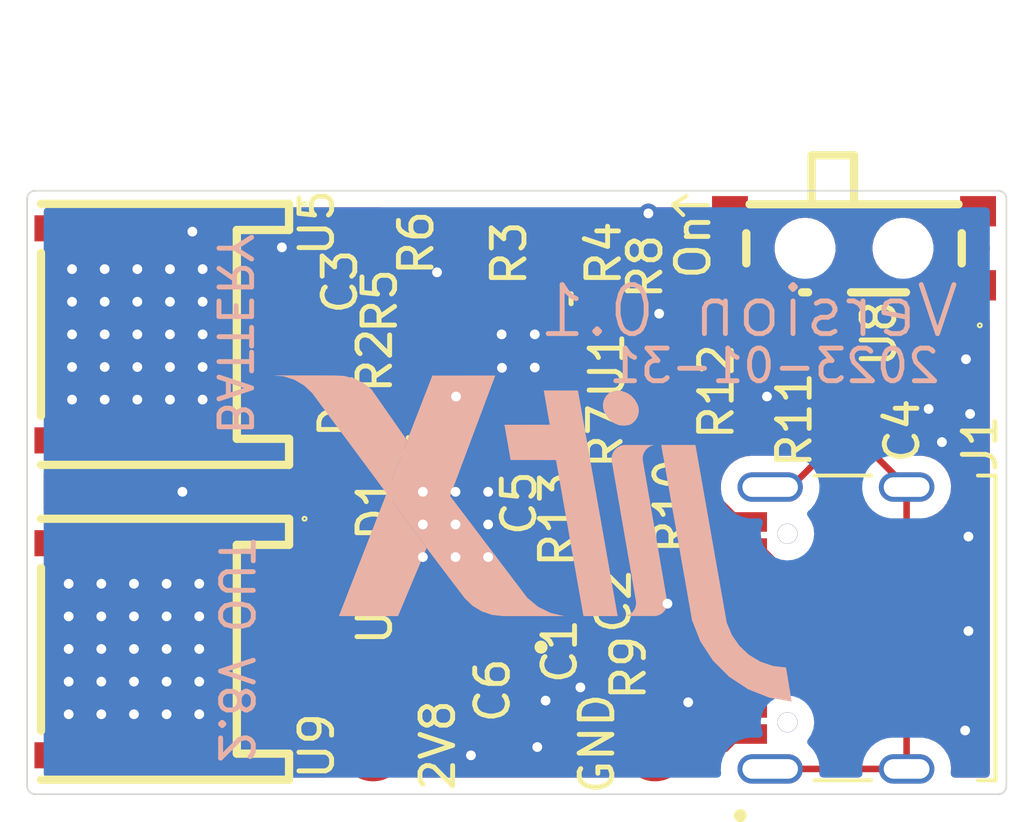
<source format=kicad_pcb>
(kicad_pcb (version 20211014) (generator pcbnew)
  (layers (0 "F.Cu" signal) (31 "B.Cu" signal) (34 "B.Paste" user) (35 "F.Paste" user) (36 "B.SilkS" user "B.Silkscreen") (37 "F.SilkS" user "F.Silkscreen") (38 "B.Mask" user) (39 "F.Mask" user) (44 "Edge.Cuts" user))
  (net 0 "")
  (net 1 "VBUS")
  (net 2 "GND")
  (net 3 "BMOUT")
  (net 4 "P2V8")
  (net 5 "VBAT")
  (net 6 "DP2")
  (net 7 "CE#")
  (net 8 "TS")
  (net 9 "EN1")
  (net 10 "rid_p1")
  (net 11 "rid_rid_p1")
  (net 12 "EN2")
  (net 13 "SBU1")
  (net 14 "ILIM")
  (net 15 "SBU2")
  (net 16 "ISET")
  (net 17 "c")
  (net 18 "good-power-led_c")
  (net 19 "CHG#")
  (net 20 "right")
  (net 21 "PGOOD#")
  (net 22 "usb_rid_rid_p1")
  (net 23 "DN2")
  (net 24 "SYSOFF")
  (footprint "CAD:IPC_TWO_PIN_LANDPATTERN_3" (layer "F.Cu") (at 76.2 160.772611)
    (fp_text reference "C2" (at 1.016 1.126989 90) (layer "F.SilkS") (effects (justify left)))
    (fp_text value "4.7μF ± 20.00%" hide)
    (pad "1" smd rect (at 0 -0.498611) (size 0.6 0.457778) (layers "F.Cu" "F.Paste") (net 3 "BMOUT"))
    (pad "2" smd rect (at 0 0.498611) (size 0.6 0.457778) (layers "F.Cu" "F.Paste") (net 2 "GND"))
  )
  (footprint "CAD:CONN_SMD_2P_P200_PH20_SPWB" (layer "F.Cu") (at 63.5 162.306 90)
    (fp_text reference "U9" (at -4.064 4.6228 270) (layer "F.SilkS") (effects (justify left)))
    (fp_text value "~")
    (pad "1" smd rect (at 1.000127 3.825095 90) (size 0.9 1.7) (layers "F.Cu" "F.Paste" "F.Mask") (net 2 "GND"))
    (pad "2" smd rect (at -0.999873 3.825095 90) (size 0.9 1.7) (layers "F.Cu" "F.Paste" "F.Mask") (net 4 "P2V8"))
    (pad "3" smd rect (at -3.249809 -2.524917 90) (size 0.8 3) (layers "F.Cu" "F.Paste" "F.Mask"))
    (pad "4" smd rect (at 3.250064 -2.524917 90) (size 0.8 3) (layers "F.Cu" "F.Paste" "F.Mask"))
  )
  (footprint "CAD:TESTPAD" (layer "F.Cu") (at 69.85 165.354 90)
    (fp_text reference "" (at 0 0 90) (layer "F.SilkS"))
    (fp_text value "~" hide)
    (pad "tp" smd circle (at 0 0 90) (size 2 2) (layers "F.Cu") (net 4 "P2V8"))
  )
  (footprint "CAD:C778186" (layer "F.Cu") (at 84.582 149.606 180)
    (fp_text reference "U8" (at -0.762 -1.9304 90) (layer "F.SilkS") (effects (justify right)))
    (fp_text value "~")
    (pad "" np_thru_hole circle (at 1.5 -0.409182 90) (size 0.849987 0.849987) (drill 0.849987) (layers *.Cu *.Mask))
    (pad "" np_thru_hole circle (at -1.5 -0.409182 90) (size 0.849987 0.849987) (drill 0.849987) (layers *.Cu *.Mask))
    (pad "1" smd rect (at -2.250064 -2.440932 180) (size 0.9 1.8) (layers "F.Cu" "F.Paste" "F.Mask") (net 2 "GND"))
    (pad "2" smd rect (at 0.749936 -2.440932 180) (size 0.9 1.8) (layers "F.Cu" "F.Paste" "F.Mask") (net 24 "SYSOFF"))
    (pad "3" smd rect (at 2.249809 -2.440932 180) (size 0.9 1.8) (layers "F.Cu" "F.Paste" "F.Mask") (net 20 "right"))
    (pad "4" smd rect (at 3.799975 -1.544056 180) (size 1.1 0.929997) (layers "F.Cu" "F.Paste" "F.Mask") (net 2 "GND"))
    (pad "5" smd rect (at 3.799975 0.725946 180) (size 1.1 0.929997) (layers "F.Cu" "F.Paste" "F.Mask") (net 2 "GND"))
    (pad "6" smd rect (at -3.799975 0.725946 180) (size 1.1 0.929997) (layers "F.Cu" "F.Paste" "F.Mask") (net 2 "GND"))
    (pad "7" smd rect (at -3.799975 -1.544056 180) (size 1.1 0.929997) (layers "F.Cu" "F.Paste" "F.Mask") (net 2 "GND"))
  )
  (footprint "CAD:IPC_TWO_PIN_LANDPATTERN_2" (layer "F.Cu") (at 72.767 150.251999)
    (fp_text reference "R3" (at 1.2486 -1.153999 270) (layer "F.SilkS") (effects (justify right)))
    (fp_text value "33.0Ω ± 2.00%" hide)
    (pad "1" smd rect (at 0 -0.459861) (size 0.6 0.380278) (layers "F.Cu" "F.Paste") (net 2 "GND"))
    (pad "2" smd rect (at 0 0.459861) (size 0.6 0.380278) (layers "F.Cu" "F.Paste") (net 7 "CE#"))
  )
  (footprint "CAD:TESTPAD" (layer "F.Cu") (at 78.486 165.354 -90)
    (fp_text reference "" (at 0 0 -90) (layer "F.SilkS"))
    (fp_text value "~" hide)
    (pad "tp" smd circle (at 0 0 270) (size 2 2) (layers "F.Cu") (net 2 "GND"))
  )
  (footprint "CAD:IPC_TWO_PIN_LANDPATTERN" (layer "F.Cu") (at 79.0448 162.8648 -90)
    (fp_text reference "R9" (at -1.0668 1.3716 90) (layer "F.SilkS") (effects (justify right)))
    (fp_text value "5.1kΩ ± 1.00%" hide)
    (pad "1" smd rect (at 0 -0.459861 270) (size 0.6 0.380278) (layers "F.Cu" "F.Paste") (net 10 "rid_p1"))
    (pad "2" smd rect (at 0 0.459861 270) (size 0.6 0.380278) (layers "F.Cu" "F.Paste") (net 2 "GND"))
  )
  (footprint "CAD:IPC_TWO_PIN_LANDPATTERN_2" (layer "F.Cu") (at 71.301 152.791999 -90)
    (fp_text reference "R5" (at -0.087199 1.2478 90) (layer "F.SilkS") (effects (justify left)))
    (fp_text value "33.0Ω ± 2.00%" hide)
    (pad "1" smd rect (at 0 -0.459861 270) (size 0.6 0.380278) (layers "F.Cu" "F.Paste") (net 9 "EN1"))
    (pad "2" smd rect (at 0 0.459861 270) (size 0.6 0.380278) (layers "F.Cu" "F.Paste") (net 5 "VBAT"))
  )
  (footprint "CAD:IPC_TWO_PIN_POL_LANDPATTERN" (layer "F.Cu") (at 70.747 154.9908 -90)
    (fp_text reference "D2" (at 0.9144 2.0146 90) (layer "F.SilkS") (effects (justify left)))
    (fp_text value "~" hide)
    (pad "a" smd rect (at 0 0.718934 270) (size 0.95 0.512132) (layers "F.Cu" "F.Paste") (net 5 "VBAT"))
    (pad "c" smd rect (at 0 -0.718934 270) (size 0.95 0.512132) (layers "F.Cu" "F.Paste") (net 18 "good-power-led_c"))
  )
  (footprint "CAD:IPC_TWO_PIN_LANDPATTERN_1" (layer "F.Cu") (at 84.836 155.575 180)
    (fp_text reference "C4" (at -1.2192 1.0414 90) (layer "F.SilkS") (effects (justify right)))
    (fp_text value "100.0nF ± 10.00%" hide)
    (pad "1" smd rect (at 0 -0.478611 180) (size 0.6 0.417778) (layers "F.Cu" "F.Paste") (net 22 "usb_rid_rid_p1"))
    (pad "2" smd rect (at 0 0.478611 180) (size 0.6 0.417778) (layers "F.Cu" "F.Paste") (net 2 "GND"))
  )
  (footprint "CAD:CONN_SMD_2P_P200_PH20_SPWB" (layer "F.Cu") (at 63.5 152.654 90)
    (fp_text reference "U5" (at 4.5212 4.6228 270) (layer "F.SilkS") (effects (justify right)))
    (fp_text value "~")
    (pad "1" smd rect (at 1.000127 3.825095 90) (size 0.9 1.7) (layers "F.Cu" "F.Paste" "F.Mask") (net 2 "GND"))
    (pad "2" smd rect (at -0.999873 3.825095 90) (size 0.9 1.7) (layers "F.Cu" "F.Paste" "F.Mask") (net 5 "VBAT"))
    (pad "3" smd rect (at -3.249809 -2.524917 90) (size 0.8 3) (layers "F.Cu" "F.Paste" "F.Mask"))
    (pad "4" smd rect (at 3.250064 -2.524917 90) (size 0.8 3) (layers "F.Cu" "F.Paste" "F.Mask"))
  )
  (footprint "CAD:IPC_TWO_PIN_LANDPATTERN_2" (layer "F.Cu") (at 71.301 153.807999 -90)
    (fp_text reference "R2" (at 0.725601 1.4002 90) (layer "F.SilkS") (effects (justify left)))
    (fp_text value "1.0kΩ ± 2.00%" hide)
    (pad "1" smd rect (at 0 -0.459861 270) (size 0.6 0.380278) (layers "F.Cu" "F.Paste") (net 21 "PGOOD#"))
    (pad "2" smd rect (at 0 0.459861 270) (size 0.6 0.380278) (layers "F.Cu" "F.Paste") (net 18 "good-power-led_c"))
  )
  (footprint "CAD:IPC_TWO_PIN_LANDPATTERN_1" (layer "F.Cu") (at 71.628 163.322 -90)
    (fp_text reference "C6" (at 1.3208 -1.8796 90) (layer "F.SilkS") (effects (justify left)))
    (fp_text value "1.0μF ± 10.00%" hide)
    (pad "1" smd rect (at 0 -0.478611 270) (size 0.6 0.417778) (layers "F.Cu" "F.Paste") (net 2 "GND"))
    (pad "2" smd rect (at 0 0.478611 270) (size 0.6 0.417778) (layers "F.Cu" "F.Paste") (net 4 "P2V8"))
  )
  (footprint "CAD:IPC_TWO_PIN_LANDPATTERN" (layer "F.Cu") (at 77.236 151.92 90)
    (fp_text reference "R8" (at 2.4156 0.9452 90) (layer "F.SilkS") (effects (justify right)))
    (fp_text value "2.7kΩ ± 0.50%" hide)
    (pad "1" smd rect (at 0 -0.459861 90) (size 0.6 0.380278) (layers "F.Cu" "F.Paste") (net 16 "ISET"))
    (pad "2" smd rect (at 0 0.459861 90) (size 0.6 0.380278) (layers "F.Cu" "F.Paste") (net 2 "GND"))
  )
  (footprint "CAD:IPC_TWO_PIN_LANDPATTERN_3" (layer "F.Cu") (at 75.184 160.782)
    (fp_text reference "C1" (at 0.381 0.508 90) (layer "F.SilkS") (effects (justify right)))
    (fp_text value "4.7μF ± 20.00%" hide)
    (pad "1" smd rect (at 0 -0.498611) (size 0.6 0.457778) (layers "F.Cu" "F.Paste") (net 3 "BMOUT"))
    (pad "2" smd rect (at 0 0.498611) (size 0.6 0.457778) (layers "F.Cu" "F.Paste") (net 2 "GND"))
  )
  (footprint "CAD:IPC_TWO_PIN_LANDPATTERN" (layer "F.Cu") (at 79.248 159.766 -90)
    (fp_text reference "R10" (at -0.3048 0.254 90) (layer "F.SilkS") (effects (justify left)))
    (fp_text value "5.1kΩ ± 1.00%" hide)
    (pad "1" smd rect (at 0 -0.459861 270) (size 0.6 0.380278) (layers "F.Cu" "F.Paste") (net 11 "rid_rid_p1"))
    (pad "2" smd rect (at 0 0.459861 270) (size 0.6 0.380278) (layers "F.Cu" "F.Paste") (net 2 "GND"))
  )
  (footprint "CAD:VQFN_16_L30_W30_P050_BL_EP" (layer "F.Cu") (at 74.291 153.186 -90)
    (fp_text reference "U1" (at -0.6844 -2.7218 -90) (layer "F.SilkS") (effects (justify right)))
    (fp_text value "~" hide)
    (pad "1" smd rect (at -1.5 -0.75 270) (size 0.8 0.16) (layers "F.Cu" "F.Paste") (net 8 "TS"))
    (pad "2" smd rect (at -1.5 -0.25 270) (size 0.8 0.16) (layers "F.Cu" "F.Paste") (net 5 "VBAT"))
    (pad "3" smd rect (at -1.5 0.25 270) (size 0.8 0.16) (layers "F.Cu" "F.Paste") (net 5 "VBAT"))
    (pad "4" smd rect (at -1.5 0.75 270) (size 0.8 0.16) (layers "F.Cu" "F.Paste") (net 7 "CE#"))
    (pad "5" smd rect (at -0.75 1.5) (size 0.8 0.16) (layers "F.Cu" "F.Paste") (net 12 "EN2"))
    (pad "6" smd rect (at -0.25 1.5) (size 0.8 0.16) (layers "F.Cu" "F.Paste") (net 9 "EN1"))
    (pad "7" smd rect (at 0.25 1.5) (size 0.8 0.16) (layers "F.Cu" "F.Paste") (net 21 "PGOOD#"))
    (pad "8" smd rect (at 0.75 1.5) (size 0.8 0.16) (layers "F.Cu" "F.Paste") (net 2 "GND"))
    (pad "9" smd rect (at 1.5 0.75 90) (size 0.8 0.16) (layers "F.Cu" "F.Paste") (net 19 "CHG#"))
    (pad "10" smd rect (at 1.5 0.25 90) (size 0.8 0.16) (layers "F.Cu" "F.Paste") (net 3 "BMOUT"))
    (pad "11" smd rect (at 1.5 -0.25 90) (size 0.8 0.16) (layers "F.Cu" "F.Paste") (net 3 "BMOUT"))
    (pad "12" smd rect (at 1.5 -0.75 90) (size 0.8 0.16) (layers "F.Cu" "F.Paste") (net 14 "ILIM"))
    (pad "13" smd rect (at 0.75 -1.5 180) (size 0.8 0.16) (layers "F.Cu" "F.Paste") (net 1 "VBUS"))
    (pad "14" smd rect (at 0.25 -1.5 180) (size 0.8 0.16) (layers "F.Cu" "F.Paste"))
    (pad "15" smd rect (at -0.25 -1.5 180) (size 0.8 0.16) (layers "F.Cu" "F.Paste") (net 24 "SYSOFF"))
    (pad "16" smd rect (at -0.75 -1.5 180) (size 0.8 0.16) (layers "F.Cu" "F.Paste") (net 16 "ISET"))
    (pad "17" smd rect (at 0 0 270) (size 1.68 1.68) (layers "F.Cu" "F.Paste") (net 2 "GND"))
  )
  (footprint "CAD:SOT95P280X145_5N" (layer "F.Cu") (at 72.644 161.29 90)
    (fp_text reference "U2" (at -0.9652 -2.7432 270) (layer "F.SilkS") (effects (justify left)))
    (fp_text value "~" hide)
    (pad "1" smd rect (at -0.95 1.35 90) (size 0.6 1.05) (layers "F.Cu" "F.Paste") (net 3 "BMOUT"))
    (pad "2" smd rect (at 0 1.35 90) (size 0.6 1.05) (layers "F.Cu" "F.Paste") (net 2 "GND"))
    (pad "3" smd rect (at 0.95 1.35 90) (size 0.6 1.05) (layers "F.Cu" "F.Paste") (net 3 "BMOUT"))
    (pad "4" smd rect (at 0.95 -1.35 90) (size 0.6 1.05) (layers "F.Cu" "F.Paste"))
    (pad "5" smd rect (at -0.95 -1.35 90) (size 0.6 1.05) (layers "F.Cu" "F.Paste") (net 4 "P2V8"))
  )
  (footprint "CAD:IPC_TWO_PIN_LANDPATTERN_1" (layer "F.Cu") (at 73.656 156.093999 180)
    (fp_text reference "C5" (at -0.6644 -2.808401 90) (layer "F.SilkS") (effects (justify left)))
    (fp_text value "1.0μF ± 10.00%" hide)
    (pad "1" smd rect (at 0 -0.478611 180) (size 0.6 0.417778) (layers "F.Cu" "F.Paste") (net 2 "GND"))
    (pad "2" smd rect (at 0 0.478611 180) (size 0.6 0.417778) (layers "F.Cu" "F.Paste") (net 3 "BMOUT"))
  )
  (footprint "CAD:IPC_TWO_PIN_LANDPATTERN_2" (layer "F.Cu") (at 71.301 151.775999 -90)
    (fp_text reference "R6" (at -0.849199 0.1302 90) (layer "F.SilkS") (effects (justify left)))
    (fp_text value "33.0Ω ± 2.00%" hide)
    (pad "1" smd rect (at 0 -0.459861 270) (size 0.6 0.380278) (layers "F.Cu" "F.Paste") (net 12 "EN2"))
    (pad "2" smd rect (at 0 0.459861 270) (size 0.6 0.380278) (layers "F.Cu" "F.Paste") (net 2 "GND"))
  )
  (footprint "CAD:IPC_TWO_PIN_LANDPATTERN_2" (layer "F.Cu") (at 75.815 150.251999 180)
    (fp_text reference "R4" (at -1.0962 1.153999 90) (layer "F.SilkS") (effects (justify right)))
    (fp_text value "10.0kΩ ± 2.00%" hide)
    (pad "1" smd rect (at 0 -0.459861 180) (size 0.6 0.380278) (layers "F.Cu" "F.Paste") (net 8 "TS"))
    (pad "2" smd rect (at 0 0.459861 180) (size 0.6 0.380278) (layers "F.Cu" "F.Paste") (net 2 "GND"))
  )
  (footprint "CAD:IPC_TWO_PIN_LANDPATTERN" (layer "F.Cu") (at 80.772 152.527 -90)
    (fp_text reference "R12" (at 0.3302 0.4064 90) (layer "F.SilkS") (effects (justify right)))
    (fp_text value "100.0kΩ ± 0.50%" hide)
    (pad "1" smd rect (at 0 -0.459861 270) (size 0.6 0.380278) (layers "F.Cu" "F.Paste") (net 20 "right"))
    (pad "2" smd rect (at 0 0.459861 270) (size 0.6 0.380278) (layers "F.Cu" "F.Paste") (net 5 "VBAT"))
  )
  (footprint "CAD:IPC_TWO_PIN_LANDPATTERN_2" (layer "F.Cu") (at 72.64 156.142138)
    (fp_text reference "R1" (at -1.1644 -0.897338 90) (layer "F.SilkS") (effects (justify right)))
    (fp_text value "1.0kΩ ± 2.00%" hide)
    (pad "1" smd rect (at 0 -0.459861) (size 0.6 0.380278) (layers "F.Cu" "F.Paste") (net 19 "CHG#"))
    (pad "2" smd rect (at 0 0.459861) (size 0.6 0.380278) (layers "F.Cu" "F.Paste") (net 17 "c"))
  )
  (footprint "CAD:IPC_TWO_PIN_LANDPATTERN" (layer "F.Cu") (at 83.82 155.575 180)
    (fp_text reference "R11" (at 1.0668 1.8542 90) (layer "F.SilkS") (effects (justify right)))
    (fp_text value "100.0kΩ ± 0.50%" hide)
    (pad "1" smd rect (at 0 -0.459861 180) (size 0.6 0.380278) (layers "F.Cu" "F.Paste") (net 22 "usb_rid_rid_p1"))
    (pad "2" smd rect (at 0 0.459861 180) (size 0.6 0.380278) (layers "F.Cu" "F.Paste") (net 2 "GND"))
  )
  (footprint "CAD:LP_TYPE_C_31_M_12" (layer "F.Cu") (at 81.097 164.9045 90)
    (fp_text reference "J1" (at 9.8629 7.3458 90) (layer "F.SilkS") (effects (justify right)))
    (fp_text value "~" hide)
    (pad "" np_thru_hole circle (at 0.36 1.446 180) (size 0.61 0.61) (drill 0.6) (layers F&B.Cu *.Mask))
    (pad "" np_thru_hole circle (at 6.14 1.446 180) (size 0.61 0.61) (drill 0.6) (layers F&B.Cu *.Mask))
    (pad "13" thru_hole oval (at -1.07 0.916 180) (size 2 0.9) (drill oval 1.7 0.6) (layers *.Cu) (net 22 "usb_rid_rid_p1"))
    (pad "14" thru_hole oval (at 7.57 0.916 180) (size 2 0.9) (drill oval 1.7 0.6) (layers *.Cu) (net 22 "usb_rid_rid_p1"))
    (pad "15" thru_hole oval (at -1.07 5.096 180) (size 1.7 0.9) (drill oval 1.4 0.6) (layers *.Cu) (net 22 "usb_rid_rid_p1"))
    (pad "16" thru_hole oval (at 7.57 5.096 180) (size 1.7 0.9) (drill oval 1.4 0.6) (layers *.Cu) (net 22 "usb_rid_rid_p1"))
    (pad "A1-B12" smd rect (at 0 0 90) (size 0.6 1.64) (layers "F.Cu" "F.Paste") (net 2 "GND"))
    (pad "A4-B9" smd rect (at 0.8 0 90) (size 0.6 1.64) (layers "F.Cu" "F.Paste") (net 1 "VBUS"))
    (pad "A5" smd rect (at 2 0 90) (size 0.3 1.64) (layers "F.Cu" "F.Paste") (net 10 "rid_p1"))
    (pad "A6" smd rect (at 3 0 90) (size 0.3 1.64) (layers "F.Cu" "F.Paste") (net 6 "DP2"))
    (pad "A7" smd rect (at 3.5 0 90) (size 0.3 1.64) (layers "F.Cu" "F.Paste") (net 23 "DN2"))
    (pad "A8" smd rect (at 4.5 0 90) (size 0.3 1.64) (layers "F.Cu" "F.Paste") (net 13 "SBU1"))
    (pad "B1-A12" smd rect (at 6.5 0 90) (size 0.6 1.64) (layers "F.Cu" "F.Paste") (net 2 "GND"))
    (pad "B4-A9" smd rect (at 5.7 0 90) (size 0.6 1.64) (layers "F.Cu" "F.Paste") (net 1 "VBUS"))
    (pad "B5" smd rect (at 5 0 90) (size 0.3 1.64) (layers "F.Cu" "F.Paste") (net 11 "rid_rid_p1"))
    (pad "B6" smd rect (at 4 0 90) (size 0.3 1.64) (layers "F.Cu" "F.Paste") (net 6 "DP2"))
    (pad "B7" smd rect (at 2.5 0 90) (size 0.3 1.64) (layers "F.Cu" "F.Paste") (net 23 "DN2"))
    (pad "B8" smd rect (at 1.5 0 90) (size 0.3 1.64) (layers "F.Cu" "F.Paste") (net 15 "SBU2"))
  )
  (footprint "CAD:IPC_TWO_PIN_LANDPATTERN_3" (layer "F.Cu") (at 68.834 152.654 180)
    (fp_text reference "C3" (at 0 2.6924 90) (layer "F.SilkS") (effects (justify right)))
    (fp_text value "4.7μF ± 20.00%" hide)
    (pad "1" smd rect (at 0 -0.498611 180) (size 0.6 0.457778) (layers "F.Cu" "F.Paste") (net 5 "VBAT"))
    (pad "2" smd rect (at 0 0.498611 180) (size 0.6 0.457778) (layers "F.Cu" "F.Paste") (net 2 "GND"))
  )
  (footprint "CAD:IPC_TWO_PIN_LANDPATTERN" (layer "F.Cu") (at 74.672 156.093999)
    (fp_text reference "R13" (at 0.8168 0.674801 90) (layer "F.SilkS") (effects (justify right)))
    (fp_text value "100.0kΩ ± 0.50%" hide)
    (pad "1" smd rect (at 0 -0.459861) (size 0.6 0.380278) (layers "F.Cu" "F.Paste") (net 3 "BMOUT"))
    (pad "2" smd rect (at 0 0.459861) (size 0.6 0.380278) (layers "F.Cu" "F.Paste") (net 2 "GND"))
  )
  (footprint "CAD:IPC_TWO_PIN_LANDPATTERN" (layer "F.Cu") (at 75.946 156.083)
    (fp_text reference "R7" (at 1.016 0.762 90) (layer "F.SilkS") (effects (justify left)))
    (fp_text value "1.1kΩ ± 0.50%" hide)
    (pad "1" smd rect (at 0 -0.459861) (size 0.6 0.380278) (layers "F.Cu" "F.Paste") (net 14 "ILIM"))
    (pad "2" smd rect (at 0 0.459861) (size 0.6 0.380278) (layers "F.Cu" "F.Paste") (net 2 "GND"))
  )
  (footprint "CAD:IPC_TWO_PIN_POL_LANDPATTERN" (layer "F.Cu") (at 69.3928 156.3116 -90)
    (fp_text reference "D1" (at 0.6096 -0.508 90) (layer "F.SilkS") (effects (justify right)))
    (fp_text value "~" hide)
    (pad "a" smd rect (at 0 0.718934 270) (size 0.95 0.512132) (layers "F.Cu" "F.Paste") (net 5 "VBAT"))
    (pad "c" smd rect (at 0 -0.718934 270) (size 0.95 0.512132) (layers "F.Cu" "F.Paste") (net 17 "c"))
  )
  (footprint "CAD:JITX_SM_LP" (layer "B.Cu") (at 84.373542 165.294902)
    (fp_text reference "" (at 0 0) (layer "F.SilkS"))
    (fp_text value "~" hide)
  )
  (footprint "CAD:TEXT_LP" (layer "B.Cu") (at 74.25 149.25)
    (fp_text reference "" (at 0.213 6.945999 180) (layer "F.SilkS"))
    (fp_text value "~" hide)
    (fp_text user "Version 0.1" (at 0.5784 2.6928 180) (layer "B.SilkS") (effects (font (size 1.5 1.5)) (justify right mirror)))
  )
  (gr_line (start 80.1116 148.6916) (end 79.0448 148.6916) (layer "F.SilkS") (width 0.12))
  (gr_line (start 79.0448 148.6662) (end 79.4512 148.4122) (layer "F.SilkS") (width 0.12))
  (gr_line (start 79.0448 148.6916) (end 79.3496 148.9964) (layer "F.SilkS") (width 0.12))
  (gr_line (start 59.323223 148.323223) (end 59.292133 148.361107) (layer "Edge.Cuts") (width 0.05))
  (gr_line (start 89.207867 148.361107) (end 89.176777 148.323223) (layer "Edge.Cuts") (width 0.05))
  (gr_line (start 59.361107 166.707867) (end 59.404329 166.73097) (layer "Edge.Cuts") (width 0.05))
  (gr_line (start 59.26903 166.595671) (end 59.292133 166.638893) (layer "Edge.Cuts") (width 0.05))
  (gr_line (start 59.5 148.25) (end 59.451227 148.254804) (layer "Edge.Cuts") (width 0.05))
  (gr_line (start 89.176777 148.323223) (end 89.138893 148.292133) (layer "Edge.Cuts") (width 0.05))
  (gr_line (start 89.048773 166.745196) (end 89.095671 166.73097) (layer "Edge.Cuts") (width 0.05))
  (gr_line (start 89.245196 166.548773) (end 89.25 166.5) (layer "Edge.Cuts") (width 0.05))
  (gr_line (start 59.404329 166.73097) (end 59.451227 166.745196) (layer "Edge.Cuts") (width 0.05))
  (gr_line (start 59.26903 148.404329) (end 59.254804 148.451227) (layer "Edge.Cuts") (width 0.05))
  (gr_line (start 59.292133 166.638893) (end 59.323223 166.676777) (layer "Edge.Cuts") (width 0.05))
  (gr_line (start 59.25 148.5) (end 59.25 166.5) (layer "Edge.Cuts") (width 0.05))
  (gr_line (start 89.095671 166.73097) (end 89.138893 166.707867) (layer "Edge.Cuts") (width 0.05))
  (gr_line (start 59.451227 166.745196) (end 59.5 166.75) (layer "Edge.Cuts") (width 0.05))
  (gr_line (start 89.048773 148.254804) (end 89 148.25) (layer "Edge.Cuts") (width 0.05))
  (gr_line (start 89.23097 148.404329) (end 89.207867 148.361107) (layer "Edge.Cuts") (width 0.05))
  (gr_line (start 89.138893 148.292133) (end 89.095671 148.26903) (layer "Edge.Cuts") (width 0.05))
  (gr_line (start 89.25 166.5) (end 89.25 148.5) (layer "Edge.Cuts") (width 0.05))
  (gr_line (start 59.25 166.5) (end 59.254804 166.548773) (layer "Edge.Cuts") (width 0.05))
  (gr_line (start 59.323223 166.676777) (end 59.361107 166.707867) (layer "Edge.Cuts") (width 0.05))
  (gr_line (start 89.095671 148.26903) (end 89.048773 148.254804) (layer "Edge.Cuts") (width 0.05))
  (gr_line (start 89.138893 166.707867) (end 89.176777 166.676777) (layer "Edge.Cuts") (width 0.05))
  (gr_line (start 59.404329 148.26903) (end 59.361107 148.292133) (layer "Edge.Cuts") (width 0.05))
  (gr_line (start 59.292133 148.361107) (end 59.26903 148.404329) (layer "Edge.Cuts") (width 0.05))
  (gr_line (start 59.5 166.75) (end 89 166.75) (layer "Edge.Cuts") (width 0.05))
  (gr_line (start 59.254804 148.451227) (end 59.25 148.5) (layer "Edge.Cuts") (width 0.05))
  (gr_line (start 59.361107 148.292133) (end 59.323223 148.323223) (layer "Edge.Cuts") (width 0.05))
  (gr_line (start 89 166.75) (end 89.048773 166.745196) (layer "Edge.Cuts") (width 0.05))
  (gr_line (start 59.254804 166.548773) (end 59.26903 166.595671) (layer "Edge.Cuts") (width 0.05))
  (gr_line (start 89 148.25) (end 59.5 148.25) (layer "Edge.Cuts") (width 0.05))
  (gr_line (start 89.23097 166.595671) (end 89.245196 166.548773) (layer "Edge.Cuts") (width 0.05))
  (gr_line (start 59.451227 148.254804) (end 59.404329 148.26903) (layer "Edge.Cuts") (width 0.05))
  (gr_line (start 89.207867 166.638893) (end 89.23097 166.595671) (layer "Edge.Cuts") (width 0.05))
  (gr_line (start 89.25 148.5) (end 89.245196 148.451227) (layer "Edge.Cuts") (width 0.05))
  (gr_line (start 89.176777 166.676777) (end 89.207867 166.638893) (layer "Edge.Cuts") (width 0.05))
  (gr_line (start 89.245196 148.451227) (end 89.23097 148.404329) (layer "Edge.Cuts") (width 0.05))
  (gr_text "2.8V OUT" (at 65.6336 162.3568 270) (layer "B.SilkS") (effects (font (size 1 1)) (justify mirror)))
  (gr_text "2023-01-31" (at 82.1436 153.6192) (layer "B.SilkS") (effects (font (size 1 1)) (justify mirror)))
  (gr_text "BATTERY" (at 65.5828 152.654 270) (layer "B.SilkS") (effects (font (size 1 1)) (justify mirror)))
  (gr_text "On" (at 79.6544 149.9616 90) (layer "F.SilkS") (effects (font (size 1 1))))
  (gr_text "2V8" (at 71.8312 165.2524 90) (layer "F.SilkS") (effects (font (size 1 1))))
  (gr_text "GND" (at 76.708 165.2016 90) (layer "F.SilkS") (effects (font (size 1 1))))
  (segment (start 81.7345 159.2045) (end 82.586 160.056) (width 0.2) (layer "F.Cu") (net 1))
  (segment (start 82.586 160.056) (end 82.586 163.159) (width 0.2) (layer "F.Cu") (net 1))
  (segment (start 82.586 163.159) (end 81.6405 164.1045) (width 0.2) (layer "F.Cu") (net 1))
  (segment (start 81.6405 164.1045) (end 81.097 164.1045) (width 0.2) (layer "F.Cu") (net 1))
  (segment (start 76.962 154.813) (end 76.085 153.936) (width 0.2) (layer "F.Cu") (net 1))
  (segment (start 80.3375 159.2045) (end 76.962 155.829) (width 0.2) (layer "F.Cu") (net 1))
  (segment (start 81.097 159.2045) (end 81.7345 159.2045) (width 0.2) (layer "F.Cu") (net 1))
  (segment (start 76.085 153.936) (end 75.791 153.936) (width 0.2) (layer "F.Cu") (net 1))
  (segment (start 76.962 155.829) (end 76.962 154.813) (width 0.2) (layer "F.Cu") (net 1))
  (segment (start 81.097 159.2045) (end 80.3375 159.2045) (width 0.2) (layer "F.Cu") (net 1))
  (segment (start 78.026139 164.894139) (end 78.486 165.354) (width 0.2) (layer "F.Cu") (net 2))
  (segment (start 73.374 158.48) (end 73.374 158.147) (width 0.2) (layer "F.Cu") (net 2))
  (segment (start 84.836 155.223389) (end 83.83875 155.223389) (width 0.2) (layer "F.Cu") (net 2))
  (segment (start 68.310127 151.653873) (end 67.325095 151.653873) (width 0.2) (layer "F.Cu") (net 2))
  (segment (start 71.247 151.370138) (end 70.841139 151.775999) (width 0.2) (layer "F.Cu") (net 2))
  (segment (start 72.263 163.165611) (end 72.106611 163.322) (width 0.2) (layer "F.Cu") (net 2))
  (segment (start 79.629 149.987) (end 78.5876 148.9456) (width 0.2) (layer "F.Cu") (net 2))
  (segment (start 64.523936 161.298063) (end 64.524063 161.297936) (width 0.2) (layer "F.Cu") (net 2))
  (segment (start 64.008 157.48) (end 64.008 155.035) (width 0.2) (layer "F.Cu") (net 2))
  (segment (start 78.026139 162.814) (end 77.742778 162.814) (width 0.2) (layer "F.Cu") (net 2))
  (segment (start 74.8792 165.3032) (end 74.93 165.354) (width 0.2) (layer "F.Cu") (net 2))
  (segment (start 78.584939 162.8648) (end 78.076939 162.8648) (width 0.2) (layer "F.Cu") (net 2))
  (segment (start 71.643873 161.305873) (end 72.263 161.925) (width 0.2) (layer "F.Cu") (net 2))
  (segment (start 80.782025 151.140025) (end 79.629 149.987) (width 0.2) (layer "F.Cu") (net 2))
  (segment (start 78.076939 162.8648) (end 78.026139 162.814) (width 0.2) (layer "F.Cu") (net 2))
  (segment (start 73.787 156.70361) (end 73.656 156.57261) (width 0.2) (layer "F.Cu") (net 2))
  (segment (start 83.83875 155.223389) (end 83.82 155.242139) (width 0.2) (layer "F.Cu") (net 2))
  (segment (start 87.72894 151.150056) (end 86.832064 152.046932) (width 0.2) (layer "F.Cu") (net 2))
  (segment (start 67.040127 151.653873) (end 65.04 153.654) (width 0.2) (layer "F.Cu") (net 2))
  (segment (start 65.627127 151.653873) (end 64.627 152.654) (width 0.2) (layer "F.Cu") (net 2))
  (segment (start 60.523936 160.298063) (end 60.523936 162.885063) (width 0.2) (layer "F.Cu") (net 2))
  (segment (start 72.106611 163.322) (end 72.898 163.322) (width 0.2) (layer "F.Cu") (net 2))
  (segment (start 60.627 154.654) (end 64.627 154.654) (width 0.2) (layer "F.Cu") (net 2))
  (segment (start 64.523936 161.298063) (end 60.523936 161.298063) (width 0.2) (layer "F.Cu") (net 2))
  (segment (start 72.263 161.925) (end 72.263 163.165611) (width 0.2) (layer "F.Cu") (net 2))
  (segment (start 60.627 153.241) (end 60.627 152.654) (width 0.2) (layer "F.Cu") (net 2))
  (segment (start 88.011 154.9654) (end 88.138 155.0924) (width 0.2) (layer "F.Cu") (net 2))
  (segment (start 64.523936 163.965063) (end 64.523936 163.298063) (width 0.2) (layer "F.Cu") (net 2))
  (segment (start 88.381975 153.045025) (end 88.011 153.416) (width 0.2) (layer "F.Cu") (net 2))
  (segment (start 80.782025 151.150056) (end 80.782025 151.140025) (width 0.2) (layer "F.Cu") (net 2))
  (segment (start 78.514 151.92) (end 78.613 152.019) (width 0.2) (layer "F.Cu") (net 2))
  (segment (start 88.381975 151.150056) (end 88.381975 153.045025) (width 0.2) (layer "F.Cu") (net 2))
  (segment (start 77.695861 151.92) (end 78.514 151.92) (width 0.2) (layer "F.Cu") (net 2))
  (segment (start 88.381975 151.150056) (end 87.72894 151.150056) (width 0.2) (layer "F.Cu") (net 2))
  (segment (start 76.472778 161.271222) (end 76.2 161.271222) (width 0.2) (layer "F.Cu") (net 2))
  (segment (start 60.627 150.654) (end 60.627 153.241) (width 0.2) (layer "F.Cu") (net 2))
  (segment (start 83.82 155.242139) (end 81.866861 155.242139) (width 0.2) (layer "F.Cu") (net 2))
  (segment (start 75.946 156.542861) (end 75.946 156.923861) (width 0.2) (layer "F.Cu") (net 2))
  (segment (start 84.836 155.096389) (end 86.711611 155.096389) (width 0.2) (layer "F.Cu") (net 2))
  (segment (start 64.936936 163.298063) (end 64.523936 163.298063) (width 0.2) (layer "F.Cu") (net 2))
  (segment (start 82.598139 155.242139) (end 81.915 154.559) (width 0.2) (layer "F.Cu") (net 2))
  (segment (start 88.381975 148.880054) (end 88.381975 151.150056) (width 0.2) (layer "F.Cu") (net 2))
  (segment (start 73.374 157.48) (end 71.374 157.48) (width 0.2) (layer "F.Cu") (net 2))
  (segment (start 78.5876 148.9456) (end 78.2828 148.9456) (width 0.2) (layer "F.Cu") (net 2))
  (segment (start 70.841139 151.775999) (end 70.841139 151.717999) (width 0.2) (layer "F.Cu") (net 2))
  (segment (start 64.627 150.654) (end 60.627 154.654) (width 0.2) (layer "F.Cu") (net 2))
  (segment (start 66.5734 149.5044) (end 67.056 149.987) (width 0.2) (layer "F.Cu") (net 2))
  (segment (start 67.056 151.384778) (end 67.325095 151.653873) (width 0.2) (layer "F.Cu") (net 2))
  (segment (start 78.788139 159.766) (end 77.978 159.766) (width 0.2) (layer "F.Cu") (net 2))
  (segment (start 72.791 154.158) (end 72.39 154.559) (width 0.2) (layer "F.Cu") (net 2))
  (segment (start 75.946 156.923861) (end 78.788139 159.766) (width 0.2) (layer "F.Cu") (net 2))
  (segment (start 60.523936 162.885063) (end 60.523936 164.298063) (width 0.2) (layer "F.Cu") (net 2))
  (segment (start 88.138 155.0924) (end 87.2744 155.956) (width 0.2) (layer "F.Cu") (net 2))
  (segment (start 65.04 153.654) (end 64.627 153.654) (width 0.2) (layer "F.Cu") (net 2))
  (segment (start 68.332484 151.653873) (end 68.834 152.155389) (width 0.2) (layer "F.Cu") (net 2))
  (segment (start 74.6252 165.5572) (end 74.8792 165.3032) (width 0.2) (layer "F.Cu") (net 2))
  (segment (start 64.627 154.321) (end 64.627 153.654) (width 0.2) (layer "F.Cu") (net 2))
  (segment (start 75.815 149.792138) (end 77.695861 151.672999) (width 0.2) (layer "F.Cu") (net 2))
  (segment (start 71.374 157.48) (end 71.374 159.48) (width 0.2) (layer "F.Cu") (net 2))
  (segment (start 60.523936 162.885063) (end 60.523936 162.298063) (width 0.2) (layer "F.Cu") (net 2))
  (segment (start 64.627 150.654) (end 60.627 150.654) (width 0.2) (layer "F.Cu") (net 2))
  (segment (start 64.555936 160.266063) (end 64.523936 160.298063) (width 0.2) (layer "F.Cu") (net 2))
  (segment (start 67.056 149.987) (end 67.056 151.384778) (width 0.2) (layer "F.Cu") (net 2))
  (segment (start 60.627 152.654) (end 64.627 152.654) (width 0.2) (layer "F.Cu") (net 2))
  (segment (start 78.788139 160.830139) (end 78.867 160.909) (width 0.2) (layer "F.Cu") (net 2))
  (segment (start 64.627127 151.653873) (end 67.325095 151.653873) (width 0.2) (layer "F.Cu") (net 2))
  (segment (start 86.832064 152.046932) (end 86.832064 153.227325) (width 0.2) (layer "F.Cu") (net 2))
  (segment (start 66.937063 161.297936) (end 64.936936 163.298063) (width 0.2) (layer "F.Cu") (net 2))
  (segment (start 80.782025 148.880054) (end 80.782025 151.150056) (width 0.2) (layer "F.Cu") (net 2))
  (segment (start 74.672 156.849) (end 74.672 156.55386) (width 0.2) (layer "F.Cu") (net 2))
  (segment (start 88.011 153.416) (end 88.011 154.9654) (width 0.2) (layer "F.Cu") (net 2))
  (segment (start 64.523936 160.298063) (end 60.523936 164.298063) (width 0.2) (layer "F.Cu") (net 2))
  (segment (start 70.841139 151.717999) (end 71.807969 150.751169) (width 0.2) (layer "F.Cu") (net 2))
  (segment (start 64.523936 164.298063) (end 64.523936 163.965063) (width 0.2) (layer "F.Cu") (net 2))
  (segment (start 67.325095 151.653873) (end 68.332484 151.653873) (width 0.2) (layer "F.Cu") (net 2))
  (segment (start 73.67475 156.55386) (end 73.656 156.57261) (width 0.2) (layer "F.Cu") (net 2))
  (segment (start 66.420222 150.749) (end 67.325095 151.653873) (width 0.2) (layer "F.Cu") (net 2))
  (segment (start 78.486 165.354) (end 80.6475 165.354) (width 0.2) (layer "F.Cu") (net 2))
  (segment (start 64.627 154.654) (end 64.627 154.321) (width 0.2) (layer "F.Cu") (net 2))
  (segment (start 81.866861 155.242139) (end 80.264 156.845) (width 0.2) (layer "F.Cu") (net 2))
  (segment (start 86.711611 155.096389) (end 86.868 154.94) (width 0.2) (layer "F.Cu") (net 2))
  (segment (start 71.374 159.48) (end 73.374 157.48) (width 0.2) (layer "F.Cu") (net 2))
  (segment (start 60.627 153.241) (end 60.627 154.654) (width 0.2) (layer "F.Cu") (net 2))
  (segment (start 79.502 164.338) (end 78.486 165.354) (width 0.2) (layer "F.Cu") (net 2))
  (segment (start 73.797 153.68) (end 74.291 153.186) (width 0.2) (layer "F.Cu") (net 2))
  (segment (start 67.564 151.414968) (end 67.325095 151.653873) (width 0.2) (layer "F.Cu") (net 2))
  (segment (start 78.026139 162.814) (end 78.026139 164.894139) (width 0.2) (layer "F.Cu") (net 2))
  (segment (start 73.374 157.48) (end 73.374 157.258) (width 0.2) (layer "F.Cu") (net 2))
  (segment (start 60.627 150.654) (end 64.627 154.654) (width 0.2) (layer "F.Cu") (net 2))
  (segment (start 65.524063 161.297936) (end 64.523936 162.298063) (width 0.2) (layer "F.Cu") (net 2))
  (segment (start 73.787 156.845) (end 73.787 156.70361) (width 0.2) (layer "F.Cu") (net 2))
  (segment (start 67.222031 161.297936) (end 66.190158 160.266063) (width 0.2) (layer "F.Cu") (net 2))
  (segment (start 75.1332 163.8808) (end 75.7936 163.8808) (width 0.2) (layer "F.Cu") (net 2))
  (segment (start 64.524063 161.297936) (end 67.222031 161.297936) (width 0.2) (layer "F.Cu") (net 2))
  (segment (start 64.659 150.622) (end 64.627 150.654) (width 0.2) (layer "F.Cu") (net 2))
  (segment (start 60.523936 162.298063) (end 64.523936 162.298063) (width 0.2) (layer "F.Cu") (net 2))
  (segment (start 83.82 155.242139) (end 82.598139 155.242139) (width 0.2) (layer "F.Cu") (net 2))
  (segment (start 80.264 156.845) (end 80.264 157.5715) (width 0.2) (layer "F.Cu") (net 2))
  (segment (start 80.264 157.5715) (end 81.097 158.4045) (width 0.2) (layer "F.Cu") (net 2))
  (segment (start 78.788139 159.766) (end 78.788139 160.830139) (width 0.2) (layer "F.Cu") (net 2))
  (segment (start 88.0872 158.8516) (end 88.0872 161.7472) (width 0.2) (layer "F.Cu") (net 2))
  (segment (start 67.325095 151.653873) (end 65.627127 151.653873) (width 0.2) (layer "F.Cu") (net 2))
  (segment (start 76.181222 161.29) (end 76.2 161.271222) (width 0.2) (layer "F.Cu") (net 2))
  (segment (start 78.486 165.354) (end 77.47 165.354) (width 0.2) (layer "F.Cu") (net 2))
  (segment (start 73.374 157.258) (end 73.787 156.845) (width 0.2) (layer "F.Cu") (net 2))
  (segment (start 60.523936 160.298063) (end 64.523936 164.298063) (width 0.2) (layer "F.Cu") (net 2))
  (segment (start 64.008 155.035) (end 63.627 154.654) (width 0.2) (layer "F.Cu") (net 2))
  (segment (start 73.994 161.29) (end 76.181222 161.29) (width 0.2) (layer "F.Cu") (net 2))
  (segment (start 67.325095 161.305873) (end 71.643873 161.305873) (width 0.2) (layer "F.Cu") (net 2))
  (segment (start 76.2 164.084) (end 76.2 163.4744) (width 0.2) (layer "F.Cu") (net 2))
  (segment (start 77.978 159.766) (end 76.472778 161.271222) (width 0.2) (layer "F.Cu") (net 2))
  (segment (start 72.767 149.792138) (end 71.807969 150.751169) (width 0.2) (layer "F.Cu") (net 2))
  (segment (start 60.523936 164.298063) (end 64.523936 164.298063) (width 0.2) (layer "F.Cu") (net 2))
  (segment (start 80.6475 165.354) (end 81.097 164.9045) (width 0.2) (layer "F.Cu") (net 2))
  (segment (start 64.627 154.321) (end 64.627 150.654) (width 0.2) (layer "F.Cu") (net 2))
  (segment (start 77.742778 162.814) (end 76.2 161.271222) (width 0.2) (layer "F.Cu") (net 2))
  (segment (start 79.502 163.9316) (end 79.502 164.338) (width 0.2) (layer "F.Cu") (net 2))
  (segment (start 72.791 153.936) (end 72.791 154.158) (width 0.2) (layer "F.Cu") (net 2))
  (segment (start 71.374 159.48) (end 73.374 159.48) (width 0.2) (layer "F.Cu") (net 2))
  (segment (start 72.791 153.936) (end 73.541 153.936) (width 0.2) (layer "F.Cu") (net 2))
  (segment (start 74.672 156.55386) (end 73.67475 156.55386) (width 0.2) (layer "F.Cu") (net 2))
  (segment (start 64.627 150.654) (end 64.722 150.749) (width 0.2) (layer "F.Cu") (net 2))
  (segment (start 64.722 150.749) (end 66.420222 150.749) (width 0.2) (layer "F.Cu") (net 2))
  (segment (start 77.47 165.354) (end 76.2 164.084) (width 0.2) (layer "F.Cu") (net 2))
  (segment (start 74.93 165.354) (end 78.486 165.354) (width 0.2) (layer "F.Cu") (net 2))
  (segment (start 72.8472 165.5572) (end 74.6252 165.5572) (width 0.2) (layer "F.Cu") (net 2))
  (segment (start 75.7936 163.8808) (end 76.2 163.4744) (width 0.2) (layer "F.Cu") (net 2))
  (segment (start 64.627 151.654) (end 64.627127 151.653873) (width 0.2) (layer "F.Cu") (net 2))
  (segment (start 67.325095 151.653873) (end 67.040127 151.653873) (width 0.2) (layer "F.Cu") (net 2))
  (segment (start 86.832064 153.227325) (end 84.836 155.223389) (width 0.2) (layer "F.Cu") (net 2))
  (segment (start 64.523936 163.965063) (end 64.523936 160.298063) (width 0.2) (layer "F.Cu") (net 2))
  (segment (start 73.541 153.936) (end 73.797 153.68) (width 0.2) (layer "F.Cu") (net 2))
  (segment (start 64.627 153.654) (end 60.627 153.654) (width 0.2) (layer "F.Cu") (net 2))
  (segment (start 73.374 158.147) (end 74.672 156.849) (width 0.2) (layer "F.Cu") (net 2))
  (segment (start 72.898 163.322) (end 74.8792 165.3032) (width 0.2) (layer "F.Cu") (net 2))
  (segment (start 73.374 159.48) (end 73.374 157.48) (width 0.2) (layer "F.Cu") (net 2))
  (segment (start 76.2 163.4744) (end 76.2 161.271222) (width 0.2) (layer "F.Cu") (net 2))
  (segment (start 64.523936 160.298063) (end 60.523936 160.298063) (width 0.2) (layer "F.Cu") (net 2))
  (segment (start 64.627 151.654) (end 60.627 151.654) (width 0.2) (layer "F.Cu") (net 2))
  (segment (start 66.190158 160.266063) (end 64.555936 160.266063) (width 0.2) (layer "F.Cu") (net 2))
  (segment (start 64.523936 163.298063) (end 60.523936 163.298063) (width 0.2) (layer "F.Cu") (net 2))
  (segment (start 64.3128 149.5044) (end 66.5734 149.5044) (width 0.2) (layer "F.Cu") (net 2))
  (via (at 61.523936 160.298063) (size 0.6) (drill 0.3) (layers "F.Cu" "B.Cu") (net 2))
  (via (at 62.523936 160.298063) (size 0.6) (drill 0.3) (layers "F.Cu" "B.Cu") (net 2))
  (via (at 63.523936 164.298063) (size 0.6) (drill 0.3) (layers "F.Cu" "B.Cu") (net 2))
  (via (at 87.2744 155.956) (size 0.6) (drill 0.3) (layers "F.Cu" "B.Cu") (net 2))
  (via (at 61.523936 162.298063) (size 0.6) (drill 0.3) (layers "F.Cu" "B.Cu") (net 2))
  (via (at 64.627 153.654) (size 0.6) (drill 0.3) (layers "F.Cu" "B.Cu") (net 2))
  (via (at 60.627 152.654) (size 0.6) (drill 0.3) (layers "F.Cu" "B.Cu") (net 2))
  (via (at 60.523936 161.298063) (size 0.6) (drill 0.3) (layers "F.Cu" "B.Cu") (net 2))
  (via (at 64.523936 161.298063) (size 0.6) (drill 0.3) (layers "F.Cu" "B.Cu") (net 2))
  (via (at 61.627 151.654) (size 0.6) (drill 0.3) (layers "F.Cu" "B.Cu") (net 2))
  (via (at 73.374 159.48) (size 0.6) (drill 0.3) (layers "F.Cu" "B.Cu") (net 2))
  (via (at 62.523936 162.298063) (size 0.6) (drill 0.3) (layers "F.Cu" "B.Cu") (net 2))
  (via (at 72.374 159.48) (size 0.6) (drill 0.3) (layers "F.Cu" "B.Cu") (net 2))
  (via (at 76.2 163.4744) (size 0.6) (drill 0.3) (layers "F.Cu" "B.Cu") (net 2))
  (via (at 64.627 152.654) (size 0.6) (drill 0.3) (layers "F.Cu" "B.Cu") (net 2))
  (via (at 73.787 152.654) (size 0.6) (drill 0.3) (layers "F.Cu" "B.Cu") (net 2))
  (via (at 72.39 154.559) (size 0.6) (drill 0.3) (layers "F.Cu" "B.Cu") (net 2))
  (via (at 63.523936 162.298063) (size 0.6) (drill 0.3) (layers "F.Cu" "B.Cu") (net 2))
  (via (at 88.0872 158.8516) (size 0.6) (drill 0.3) (layers "F.Cu" "B.Cu") (net 2))
  (via (at 71.374 157.48) (size 0.6) (drill 0.3) (layers "F.Cu" "B.Cu") (net 2))
  (via (at 78.867 160.909) (size 0.6) (drill 0.3) (layers "F.Cu" "B.Cu") (net 2))
  (via (at 60.523936 164.298063) (size 0.6) (drill 0.3) (layers "F.Cu" "B.Cu") (net 2))
  (via (at 64.523936 164.298063) (size 0.6) (drill 0.3) (layers "F.Cu" "B.Cu") (net 2))
  (via (at 62.523936 161.298063) (size 0.6) (drill 0.3) (layers "F.Cu" "B.Cu") (net 2))
  (via (at 62.627 150.654) (size 0.6) (drill 0.3) (layers "F.Cu" "B.Cu") (net 2))
  (via (at 74.8792 165.3032) (size 0.6) (drill 0.3) (layers "F.Cu" "B.Cu") (net 2))
  (via (at 71.374 159.48) (size 0.6) (drill 0.3) (layers "F.Cu" "B.Cu") (net 2))
  (via (at 64.627 150.654) (size 0.6) (drill 0.3) (layers "F.Cu" "B.Cu") (net 2))
  (via (at 72.374 157.48) (size 0.6) (drill 0.3) (layers "F.Cu" "B.Cu") (net 2))
  (via (at 60.627 153.654) (size 0.6) (drill 0.3) (layers "F.Cu" "B.Cu") (net 2))
  (via (at 74.803 152.654) (size 0.6) (drill 0.3) (layers "F.Cu" "B.Cu") (net 2))
  (via (at 72.374 158.48) (size 0.6) (drill 0.3) (layers "F.Cu" "B.Cu") (net 2))
  (via (at 79.502 163.9316) (size 0.6) (drill 0.3) (layers "F.Cu" "B.Cu") (net 2))
  (via (at 60.627 150.654) (size 0.6) (drill 0.3) (layers "F.Cu" "B.Cu") (net 2))
  (via (at 64.008 157.48) (size 0.6) (drill 0.3) (layers "F.Cu" "B.Cu") (net 2))
  (via (at 63.627 150.654) (size 0.6) (drill 0.3) (layers "F.Cu" "B.Cu") (net 2))
  (via (at 61.523936 163.298063) (size 0.6) (drill 0.3) (layers "F.Cu" "B.Cu") (net 2))
  (via (at 61.523936 164.298063) (size 0.6) (drill 0.3) (layers "F.Cu" "B.Cu") (net 2))
  (via (at 61.627 154.654) (size 0.6) (drill 0.3) (layers "F.Cu" "B.Cu") (net 2))
  (via (at 88.011 153.416) (size 0.6) (drill 0.3) (layers "F.Cu" "B.Cu") (net 2))
  (via (at 60.627 151.654) (size 0.6) (drill 0.3) (layers "F.Cu" "B.Cu") (net 2))
  (via (at 64.523936 160.298063) (size 0.6) (drill 0.3) (layers "F.Cu" "B.Cu") (net 2))
  (via (at 63.523936 163.298063) (size 0.6) (drill 0.3) (layers "F.Cu" "B.Cu") (net 2))
  (via (at 73.797 153.68) (size 0.6) (drill 0.3) (layers "F.Cu" "B.Cu") (net 2))
  (via (at 88.0872 161.7472) (size 0.6) (drill 0.3) (layers "F.Cu" "B.Cu") (net 2))
  (via (at 63.627 152.654) (size 0.6) (drill 0.3) (layers "F.Cu" "B.Cu") (net 2))
  (via (at 87.9856 164.7952) (size 0.6) (drill 0.3) (layers "F.Cu" "B.Cu") (net 2))
  (via (at 67.056 149.987) (size 0.6) (drill 0.3) (layers "F.Cu" "B.Cu") (net 2))
  (via (at 88.138 155.0924) (size 0.6) (drill 0.3) (layers "F.Cu" "B.Cu") (net 2))
  (via (at 63.627 154.654) (size 0.6) (drill 0.3) (layers "F.Cu" "B.Cu") (net 2))
  (via (at 71.807969 150.751169) (size 0.6) (drill 0.3) (layers "F.Cu" "B.Cu") (net 2))
  (via (at 60.523936 162.298063) (size 0.6) (drill 0.3) (layers "F.Cu" "B.Cu") (net 2))
  (via (at 73.374 157.48) (size 0.6) (drill 0.3) (layers "F.Cu" "B.Cu") (net 2))
  (via (at 62.627 151.654) (size 0.6) (drill 0.3) (layers "F.Cu" "B.Cu") (net 2))
  (via (at 60.523936 160.298063) (size 0.6) (drill 0.3) (layers "F.Cu" "B.Cu") (net 2))
  (via (at 61.627 153.654) (size 0.6) (drill 0.3) (layers "F.Cu" "B.Cu") (net 2))
  (via (at 60.627 154.654) (size 0.6) (drill 0.3) (layers "F.Cu" "B.Cu") (net 2))
  (via (at 63.523936 160.298063) (size 0.6) (drill 0.3) (layers "F.Cu" "B.Cu") (net 2))
  (via (at 62.627 154.654) (size 0.6) (drill 0.3) (layers "F.Cu" "B.Cu") (net 2))
  (via (at 62.523936 164.298063) (size 0.6) (drill 0.3) (layers "F.Cu" "B.Cu") (net 2))
  (via (at 74.803 153.67) (size 0.6) (drill 0.3) (layers "F.Cu" "B.Cu") (net 2))
  (via (at 61.627 152.654) (size 0.6) (drill 0.3) (layers "F.Cu" "B.Cu") (net 2))
  (via (at 61.627 150.654) (size 0.6) (drill 0.3) (layers "F.Cu" "B.Cu") (net 2))
  (via (at 62.627 152.654) (size 0.6) (drill 0.3) (layers "F.Cu" "B.Cu") (net 2))
  (via (at 71.374 158.48) (size 0.6) (drill 0.3) (layers "F.Cu" "B.Cu") (net 2))
  (via (at 73.374 158.48) (size 0.6) (drill 0.3) (layers "F.Cu" "B.Cu") (net 2))
  (via (at 62.627 153.654) (size 0.6) (drill 0.3) (layers "F.Cu" "B.Cu") (net 2))
  (via (at 61.523936 161.298063) (size 0.6) (drill 0.3) (layers "F.Cu" "B.Cu") (net 2))
  (via (at 64.3128 149.5044) (size 0.6) (drill 0.3) (layers "F.Cu" "B.Cu") (net 2))
  (via (at 75.1332 163.8808) (size 0.6) (drill 0.3) (layers "F.Cu" "B.Cu") (net 2))
  (via (at 64.627 154.654) (size 0.6) (drill 0.3) (layers "F.Cu" "B.Cu") (net 2))
  (via (at 64.523936 163.298063) (size 0.6) (drill 0.3) (layers "F.Cu" "B.Cu") (net 2))
  (via (at 63.627 153.654) (size 0.6) (drill 0.3) (layers "F.Cu" "B.Cu") (net 2))
  (via (at 86.868 154.94) (size 0.6) (drill 0.3) (layers "F.Cu" "B.Cu") (net 2))
  (via (at 62.523936 163.298063) (size 0.6) (drill 0.3) (layers "F.Cu" "B.Cu") (net 2))
  (via (at 78.613 152.019) (size 0.6) (drill 0.3) (layers "F.Cu" "B.Cu") (net 2))
  (via (at 63.523936 161.298063) (size 0.6) (drill 0.3) (layers "F.Cu" "B.Cu") (net 2))
  (via (at 63.627 151.654) (size 0.6) (drill 0.3) (layers "F.Cu" "B.Cu") (net 2))
  (via (at 64.523936 162.298063) (size 0.6) (drill 0.3) (layers "F.Cu" "B.Cu") (net 2))
  (via (at 72.8472 165.5572) (size 0.6) (drill 0.3) (layers "F.Cu" "B.Cu") (net 2))
  (via (at 78.2828 148.9456) (size 0.6) (drill 0.3) (layers "F.Cu" "B.Cu") (net 2))
  (via (at 64.627 151.654) (size 0.6) (drill 0.3) (layers "F.Cu" "B.Cu") (net 2))
  (via (at 60.523936 163.298063) (size 0.6) (drill 0.3) (layers "F.Cu" "B.Cu") (net 2))
  (via (at 81.915 154.559) (size 0.6) (drill 0.3) (layers "F.Cu" "B.Cu") (net 2))
  (segment (start 88.0872 156.7688) (end 88.0872 158.8516) (width 0.2) (layer "B.Cu") (net 2))
  (segment (start 74.8792 165.3032) (end 74.8792 164.1348) (width 0.2) (layer "B.Cu") (net 2))
  (segment (start 74.8792 164.1348) (end 75.1332 163.8808) (width 0.2) (layer "B.Cu") (net 2))
  (segment (start 63.523936 157.964064) (end 64.008 157.48) (width 0.2) (layer "B.Cu") (net 2))
  (segment (start 87.2744 155.956) (end 88.0872 156.7688) (width 0.2) (layer "B.Cu") (net 2))
  (segment (start 88.138 155.0924) (end 87.0204 155.0924) (width 0.2) (layer "B.Cu") (net 2))
  (segment (start 63.627 150.654) (end 63.627 150.1902) (width 0.2) (layer "B.Cu") (net 2))
  (segment (start 88.0872 164.6936) (end 87.9856 164.7952) (width 0.2) (layer "B.Cu") (net 2))
  (segment (start 87.0204 155.0924) (end 86.868 154.94) (width 0.2) (layer "B.Cu") (net 2))
  (segment (start 63.627 150.1902) (end 64.3128 149.5044) (width 0.2) (layer "B.Cu") (net 2))
  (segment (start 63.523936 160.298063) (end 63.523936 157.964064) (width 0.2) (layer "B.Cu") (net 2))
  (segment (start 88.0872 161.7472) (end 88.0872 164.6936) (width 0.2) (layer "B.Cu") (net 2))
  (segment (start 74.672 155.452) (end 74.541 155.321) (width 0.2) (layer "F.Cu") (net 3))
  (segment (start 74.672 155.634138) (end 74.672 155.452) (width 0.2) (layer "F.Cu") (net 3))
  (segment (start 73.994 160.34) (end 76.134 160.34) (width 0.2) (layer "F.Cu") (net 3))
  (segment (start 73.025 161.798) (end 73.467 162.24) (width 0.2) (layer "F.Cu") (net 3))
  (segment (start 74.541 154.686) (end 74.041 154.686) (width 0.2) (layer "F.Cu") (net 3))
  (segment (start 75.184 156.146138) (end 74.672 155.634138) (width 0.2) (layer "F.Cu") (net 3))
  (segment (start 73.34 160.34) (end 73.025 160.655) (width 0.2) (layer "F.Cu") (net 3))
  (segment (start 73.025 160.655) (end 73.025 161.798) (width 0.2) (layer "F.Cu") (net 3))
  (segment (start 73.656 155.615388) (end 73.656 155.5028) (width 0.2) (layer "F.Cu") (net 3))
  (segment (start 76.134 160.34) (end 76.2 160.274) (width 0.2) (layer "F.Cu") (net 3))
  (segment (start 73.994 160.34) (end 73.34 160.34) (width 0.2) (layer "F.Cu") (net 3))
  (segment (start 73.656 155.5028) (end 74.041 155.1178) (width 0.2) (layer "F.Cu") (net 3))
  (segment (start 73.467 162.24) (end 73.994 162.24) (width 0.2) (layer "F.Cu") (net 3))
  (segment (start 75.184 160.283389) (end 75.184 156.146138) (width 0.2) (layer "F.Cu") (net 3))
  (segment (start 74.041 155.1178) (end 74.041 154.686) (width 0.2) (layer "F.Cu") (net 3))
  (segment (start 74.541 155.321) (end 74.541 154.686) (width 0.2) (layer "F.Cu") (net 3))
  (segment (start 67.325095 163.305873) (end 67.801873 163.305873) (width 0.2) (layer "F.Cu") (net 4))
  (segment (start 71.294 162.24) (end 71.294 163.177389) (width 0.2) (layer "F.Cu") (net 4))
  (segment (start 71.294 163.177389) (end 71.149389 163.322) (width 0.2) (layer "F.Cu") (net 4))
  (segment (start 71.149389 164.054611) (end 71.149389 163.322) (width 0.2) (layer "F.Cu") (net 4))
  (segment (start 69.85 165.354) (end 71.149389 164.054611) (width 0.2) (layer "F.Cu") (net 4))
  (segment (start 67.801873 163.305873) (end 69.85 165.354) (width 0.2) (layer "F.Cu") (net 4))
  (segment (start 67.325095 153.653873) (end 68.662022 154.9908) (width 0.2) (layer "F.Cu") (net 5))
  (segment (start 77.343 149.225) (end 75.184 149.225) (width 0.2) (layer "F.Cu") (net 5))
  (segment (start 70.231 149.733) (end 70.993 148.971) (width 0.2) (layer "F.Cu") (net 5))
  (segment (start 74.541 151.686) (end 74.041 151.686) (width 0.2) (layer "F.Cu") (net 5))
  (segment (start 70.480527 153.152611) (end 70.841139 152.791999) (width 0.2) (layer "F.Cu") (net 5))
  (segment (start 68.662022 154.9908) (end 70.028066 154.9908) (width 0.2) (layer "F.Cu") (net 5))
  (segment (start 67.325095 153.653873) (end 68.332738 153.653873) (width 0.2) (layer "F.Cu") (net 5))
  (segment (start 68.707266 156.3116) (end 70.028066 154.9908) (width 0.2) (layer "F.Cu") (net 5))
  (segment (start 68.332738 153.653873) (end 68.834 153.152611) (width 0.2) (layer "F.Cu") (net 5))
  (segment (start 70.841139 152.791999) (end 70.231 152.18186) (width 0.2) (layer "F.Cu") (net 5))
  (segment (start 80.312139 152.194139) (end 77.343 149.225) (width 0.2) (layer "F.Cu") (net 5))
  (segment (start 73.914 148.971) (end 74.541 149.598) (width 0.2) (layer "F.Cu") (net 5))
  (segment (start 74.541 149.598) (end 74.541 149.868) (width 0.2) (layer "F.Cu") (net 5))
  (segment (start 80.312139 152.527) (end 80.312139 152.194139) (width 0.2) (layer "F.Cu") (net 5))
  (segment (start 70.993 148.971) (end 73.914 148.971) (width 0.2) (layer "F.Cu") (net 5))
  (segment (start 68.673866 156.3116) (end 68.707266 156.3116) (width 0.2) (layer "F.Cu") (net 5))
  (segment (start 74.541 149.868) (end 74.541 151.686) (width 0.2) (layer "F.Cu") (net 5))
  (segment (start 68.834 153.152611) (end 70.480527 153.152611) (width 0.2) (layer "F.Cu") (net 5))
  (segment (start 70.231 152.18186) (end 70.231 149.733) (width 0.2) (layer "F.Cu") (net 5))
  (segment (start 75.184 149.225) (end 74.541 149.868) (width 0.2) (layer "F.Cu") (net 5))
  (segment (start 81.0765 161.925) (end 81.097 161.9045) (width 0.2) (layer "F.Cu") (net 6))
  (segment (start 81.097 160.9045) (end 80.2685 160.9045) (width 0.2) (layer "F.Cu") (net 6))
  (segment (start 79.883 161.671) (end 80.137 161.925) (width 0.2) (layer "F.Cu") (net 6))
  (segment (start 79.883 161.29) (end 79.883 161.671) (width 0.2) (layer "F.Cu") (net 6))
  (segment (start 80.2685 160.9045) (end 79.883 161.29) (width 0.2) (layer "F.Cu") (net 6))
  (segment (start 80.137 161.925) (end 81.0765 161.925) (width 0.2) (layer "F.Cu") (net 6))
  (segment (start 73.541 151.686) (end 73.446 151.686) (width 0.2) (layer "F.Cu") (net 7))
  (segment (start 73.446 151.686) (end 72.767 151.007) (width 0.2) (layer "F.Cu") (net 7))
  (segment (start 72.767 151.007) (end 72.767 150.71186) (width 0.2) (layer "F.Cu") (net 7))
  (segment (start 75.184 151.686) (end 75.815 151.055) (width 0.2) (layer "F.Cu") (net 8))
  (segment (start 75.815 151.055) (end 75.815 150.71186) (width 0.2) (layer "F.Cu") (net 8))
  (segment (start 75.041 151.686) (end 75.184 151.686) (width 0.2) (layer "F.Cu") (net 8))
  (segment (start 71.904862 152.936) (end 71.760861 152.791999) (width 0.2) (layer "F.Cu") (net 9))
  (segment (start 72.791 152.936) (end 71.904862 152.936) (width 0.2) (layer "F.Cu") (net 9))
  (segment (start 79.544361 162.9045) (end 79.504661 162.8648) (width 0.2) (layer "F.Cu") (net 10))
  (segment (start 81.097 162.9045) (end 79.544361 162.9045) (width 0.2) (layer "F.Cu") (net 10))
  (segment (start 80.1485 159.9045) (end 81.097 159.9045) (width 0.2) (layer "F.Cu") (net 11))
  (segment (start 79.707861 159.766) (end 80.01 159.766) (width 0.2) (layer "F.Cu") (net 11))
  (segment (start 80.01 159.766) (end 80.1485 159.9045) (width 0.2) (layer "F.Cu") (net 11))
  (segment (start 72.791 152.428) (end 72.138999 151.775999) (width 0.2) (layer "F.Cu") (net 12))
  (segment (start 72.791 152.436) (end 72.791 152.428) (width 0.2) (layer "F.Cu") (net 12))
  (segment (start 72.138999 151.775999) (end 71.760861 151.775999) (width 0.2) (layer "F.Cu") (net 12))
  (segment (start 75.041 154.686) (end 75.041 154.718139) (width 0.2) (layer "F.Cu") (net 14))
  (segment (start 75.041 154.718139) (end 75.946 155.623139) (width 0.2) (layer "F.Cu") (net 14))
  (segment (start 76.776139 151.92) (end 76.22 151.92) (width 0.2) (layer "F.Cu") (net 16))
  (segment (start 75.821 152.319) (end 75.821 152.436) (width 0.2) (layer "F.Cu") (net 16))
  (segment (start 76.22 151.92) (end 75.821 152.319) (width 0.2) (layer "F.Cu") (net 16))
  (segment (start 72.64 156.601999) (end 70.402133 156.601999) (width 0.2) (layer "F.Cu") (net 17))
  (segment (start 70.402133 156.601999) (end 70.111734 156.3116) (width 0.2) (layer "F.Cu") (net 17))
  (segment (start 71.465934 154.9908) (end 71.465934 154.727134) (width 0.2) (layer "F.Cu") (net 18))
  (segment (start 71.465934 154.727134) (end 70.841139 154.102339) (width 0.2) (layer "F.Cu") (net 18))
  (segment (start 70.841139 154.102339) (end 70.841139 153.807999) (width 0.2) (layer "F.Cu") (net 18))
  (segment (start 72.64 155.682277) (end 72.64 155.119) (width 0.2) (layer "F.Cu") (net 19))
  (segment (start 72.64 155.119) (end 73.073 154.686) (width 0.2) (layer "F.Cu") (net 19))
  (segment (start 73.073 154.686) (end 73.541 154.686) (width 0.2) (layer "F.Cu") (net 19))
  (segment (start 81.852123 152.527) (end 82.332191 152.046932) (width 0.2) (layer "F.Cu") (net 20))
  (segment (start 81.231861 152.527) (end 81.852123 152.527) (width 0.2) (layer "F.Cu") (net 20))
  (segment (start 71.760861 153.807999) (end 71.919001 153.807999) (width 0.2) (layer "F.Cu") (net 21))
  (segment (start 71.919001 153.807999) (end 72.291 153.436) (width 0.2) (layer "F.Cu") (net 21))
  (segment (start 72.291 153.436) (end 72.791 153.436) (width 0.2) (layer "F.Cu") (net 21))
  (segment (start 84.836 156.180611) (end 85.039111 156.180611) (width 0.2) (layer "F.Cu") (net 22))
  (segment (start 84.836 156.180611) (end 83.83875 156.180611) (width 0.2) (layer "F.Cu") (net 22))
  (segment (start 86.193 157.3345) (end 86.193 165.9745) (width 0.2) (layer "F.Cu") (net 22))
  (segment (start 85.039111 156.180611) (end 86.193 157.3345) (width 0.2) (layer "F.Cu") (net 22))
  (segment (start 83.83875 156.180611) (end 83.82 156.161861) (width 0.2) (layer "F.Cu") (net 22))
  (segment (start 82.647361 157.3345) (end 83.82 156.161861) (width 0.2) (layer "F.Cu") (net 22))
  (segment (start 82.013 157.3345) (end 82.647361 157.3345) (width 0.2) (layer "F.Cu") (net 22))
  (segment (start 86.193 165.9745) (end 82.013 165.9745) (width 0.2) (layer "F.Cu") (net 22))
  (segment (start 81.1255 162.433) (end 81.097 162.4045) (width 0.2) (layer "F.Cu") (net 23))
  (segment (start 82.296 162.179) (end 82.042 162.433) (width 0.2) (layer "F.Cu") (net 23))
  (segment (start 81.097 161.4045) (end 82.0295 161.4045) (width 0.2) (layer "F.Cu") (net 23))
  (segment (start 82.296 161.671) (end 82.296 162.179) (width 0.2) (layer "F.Cu") (net 23))
  (segment (start 82.0295 161.4045) (end 82.296 161.671) (width 0.2) (layer "F.Cu") (net 23))
  (segment (start 82.042 162.433) (end 81.1255 162.433) (width 0.2) (layer "F.Cu") (net 23))
  (segment (start 83.337068 153.136932) (end 83.832064 152.641936) (width 0.2) (layer "F.Cu") (net 24))
  (segment (start 83.832064 152.641936) (end 83.832064 152.046932) (width 0.2) (layer "F.Cu") (net 24))
  (segment (start 75.791 152.936) (end 76.111 152.936) (width 0.2) (layer "F.Cu") (net 24))
  (segment (start 76.111 152.936) (end 76.311932 153.136932) (width 0.2) (layer "F.Cu") (net 24))
  (segment (start 76.311932 153.136932) (end 83.337068 153.136932) (width 0.2) (layer "F.Cu") (net 24))
  (zone (net 2) (net_name "GND") (layer "F.Cu") (connect_pads (clearance 0.508)) (min_thickness 0.254) (fill yes (thermal_gap 0.508) (thermal_bridge_width 0.508))
    (polygon (pts (xy 89.789 167.513) (xy 58.42 167.513) (xy 58.42 147.701) (xy 89.789 147.701)))
  )
  (zone (net 2) (net_name "GND") (layer "B.Cu") (connect_pads (clearance 0.508)) (min_thickness 0.254) (fill yes (thermal_gap 0.508) (thermal_bridge_width 0.508))
    (polygon (pts (xy 89.789 167.513) (xy 58.42 167.513) (xy 58.42 147.701) (xy 89.789 147.701)))
  )
)
</source>
